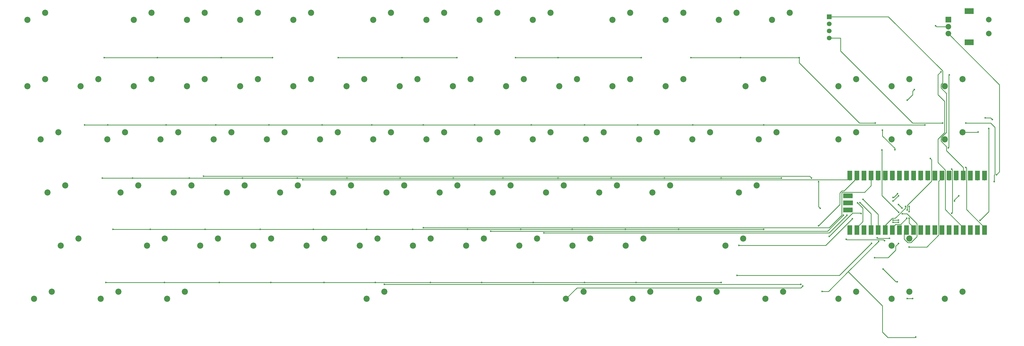
<source format=gbr>
%TF.GenerationSoftware,KiCad,Pcbnew,9.0.6*%
%TF.CreationDate,2025-12-30T21:58:58-08:00*%
%TF.ProjectId,keyboard,6b657962-6f61-4726-942e-6b696361645f,rev?*%
%TF.SameCoordinates,Original*%
%TF.FileFunction,Copper,L2,Bot*%
%TF.FilePolarity,Positive*%
%FSLAX46Y46*%
G04 Gerber Fmt 4.6, Leading zero omitted, Abs format (unit mm)*
G04 Created by KiCad (PCBNEW 9.0.6) date 2025-12-30 21:58:58*
%MOMM*%
%LPD*%
G01*
G04 APERTURE LIST*
%TA.AperFunction,ComponentPad*%
%ADD10C,2.200000*%
%TD*%
%TA.AperFunction,ComponentPad*%
%ADD11R,1.700000X1.700000*%
%TD*%
%TA.AperFunction,ComponentPad*%
%ADD12C,1.700000*%
%TD*%
%TA.AperFunction,ComponentPad*%
%ADD13R,2.000000X2.000000*%
%TD*%
%TA.AperFunction,ComponentPad*%
%ADD14C,2.000000*%
%TD*%
%TA.AperFunction,ComponentPad*%
%ADD15R,3.200000X2.000000*%
%TD*%
%TA.AperFunction,ComponentPad*%
%ADD16O,1.700000X1.700000*%
%TD*%
%TA.AperFunction,SMDPad,CuDef*%
%ADD17R,1.700000X3.500000*%
%TD*%
%TA.AperFunction,SMDPad,CuDef*%
%ADD18R,3.500000X1.700000*%
%TD*%
%TA.AperFunction,ViaPad*%
%ADD19C,0.600000*%
%TD*%
%TA.AperFunction,Conductor*%
%ADD20C,0.250000*%
%TD*%
G04 APERTURE END LIST*
D10*
%TO.P,n3,1,1*%
%TO.N,Net-(D20-K)*%
X81121250Y-40163750D03*
%TO.P,n3,2,2*%
%TO.N,COL3*%
X74771250Y-42703750D03*
%TD*%
%TO.P,U2,1,1*%
%TO.N,Net-(D42-K)*%
X166846250Y-59213750D03*
%TO.P,U2,2,2*%
%TO.N,COL7*%
X160496250Y-61753750D03*
%TD*%
%TO.P,L1,1,1*%
%TO.N,Net-(D54-K)*%
X209708750Y-78263750D03*
%TO.P,L1,2,2*%
%TO.N,COL9*%
X203358750Y-80803750D03*
%TD*%
%TO.P,F8,1,1*%
%TO.N,Net-(D45-K)*%
X204946250Y-16351250D03*
%TO.P,F8,2,2*%
%TO.N,COL8*%
X198596250Y-18891250D03*
%TD*%
%TO.P,n0,1,1*%
%TO.N,Net-(D58-K)*%
X214471250Y-40163750D03*
%TO.P,n0,2,2*%
%TO.N,COL10*%
X208121250Y-42703750D03*
%TD*%
%TO.P,RARROW1,1,1*%
%TO.N,Net-(D72-K)*%
X352583750Y-116363750D03*
%TO.P,RARROW1,2,2*%
%TO.N,COL13*%
X346233750Y-118903750D03*
%TD*%
%TO.P,OBRACKET1,1,1*%
%TO.N,Net-(D65-K)*%
X243046250Y-59213750D03*
%TO.P,OBRACKET1,2,2*%
%TO.N,COL11*%
X236696250Y-61753750D03*
%TD*%
%TO.P,F5,1,1*%
%TO.N,Net-(D30-K)*%
X147796250Y-16351250D03*
%TO.P,F5,2,2*%
%TO.N,COL5*%
X141446250Y-18891250D03*
%TD*%
%TO.P,S1,1,1*%
%TO.N,Net-(D16-K)*%
X76358750Y-78263750D03*
%TO.P,S1,2,2*%
%TO.N,COL2*%
X70008750Y-80803750D03*
%TD*%
%TO.P,n7,1,1*%
%TO.N,Net-(D41-K)*%
X157321250Y-40163750D03*
%TO.P,n7,2,2*%
%TO.N,COL7*%
X150971250Y-42703750D03*
%TD*%
%TO.P,PGUP1,1,1*%
%TO.N,Net-(D84-K)*%
X352583750Y-40163750D03*
%TO.P,PGUP1,2,2*%
%TO.N,COL14*%
X346233750Y-42703750D03*
%TD*%
%TO.P,rSHIFT1,1,1*%
%TO.N,Net-(D73-K)*%
X274002500Y-97313750D03*
%TO.P,rSHIFT1,2,2*%
%TO.N,COL11*%
X267652500Y-99853750D03*
%TD*%
%TO.P,E1,1,1*%
%TO.N,Net-(D21-K)*%
X90646250Y-59213750D03*
%TO.P,E1,2,2*%
%TO.N,COL3*%
X84296250Y-61753750D03*
%TD*%
%TO.P,P1,1,1*%
%TO.N,Net-(D59-K)*%
X223996250Y-59213750D03*
%TO.P,P1,2,2*%
%TO.N,COL10*%
X217646250Y-61753750D03*
%TD*%
%TO.P,D67,1,1*%
%TO.N,Net-(D22-K)*%
X95408750Y-78263750D03*
%TO.P,D67,2,2*%
%TO.N,COL3*%
X89058750Y-80803750D03*
%TD*%
%TO.P,F10,1,1*%
%TO.N,Net-(D57-K)*%
X252571250Y-16351250D03*
%TO.P,F10,2,2*%
%TO.N,COL10*%
X246221250Y-18891250D03*
%TD*%
%TO.P,CAPS1,1,1*%
%TO.N,Net-(D4-K)*%
X31115000Y-78263750D03*
%TO.P,CAPS1,2,2*%
%TO.N,COL0*%
X24765000Y-80803750D03*
%TD*%
%TO.P,BSLASH1,1,1*%
%TO.N,Net-(D77-K)*%
X285908750Y-59213750D03*
%TO.P,BSLASH1,2,2*%
%TO.N,COL13*%
X279558750Y-61753750D03*
%TD*%
D11*
%TO.P,OLED DISPLAY1,1,Pin_1*%
%TO.N,Net-(OLED DISPLAY1-Pin_1)*%
X304800000Y-17780000D03*
D12*
%TO.P,OLED DISPLAY1,2,Pin_2*%
%TO.N,Net-(OLED DISPLAY1-Pin_2)*%
X304800000Y-20320000D03*
%TO.P,OLED DISPLAY1,3,Pin_3*%
%TO.N,/OLED_SDA*%
X304800000Y-22860000D03*
%TO.P,OLED DISPLAY1,4,Pin_4*%
%TO.N,/OLED_SCL*%
X304800000Y-25400000D03*
%TD*%
D10*
%TO.P,rCTRL1,1,1*%
%TO.N,Net-(D74-K)*%
X288290000Y-116363750D03*
%TO.P,rCTRL1,2,2*%
%TO.N,COL12*%
X281940000Y-118903750D03*
%TD*%
%TO.P,W1,1,1*%
%TO.N,Net-(D15-K)*%
X71596250Y-59213750D03*
%TO.P,W1,2,2*%
%TO.N,COL2*%
X65246250Y-61753750D03*
%TD*%
%TO.P,F3,1,1*%
%TO.N,Net-(D19-K)*%
X100171250Y-16351250D03*
%TO.P,F3,2,2*%
%TO.N,COL3*%
X93821250Y-18891250D03*
%TD*%
%TO.P,PLUS1,1,1*%
%TO.N,Net-(D70-K)*%
X252571250Y-40163750D03*
%TO.P,PLUS1,2,2*%
%TO.N,COL12*%
X246221250Y-42703750D03*
%TD*%
%TO.P,TAB1,1,1*%
%TO.N,Net-(D3-K)*%
X28733750Y-59213750D03*
%TO.P,TAB1,2,2*%
%TO.N,COL0*%
X22383750Y-61753750D03*
%TD*%
%TO.P,J1,1,1*%
%TO.N,Net-(D43-K)*%
X171608750Y-78263750D03*
%TO.P,J1,2,2*%
%TO.N,COL7*%
X165258750Y-80803750D03*
%TD*%
%TO.P,TILDE1,1,1*%
%TO.N,Net-(D2-K)*%
X23971250Y-40163750D03*
%TO.P,TILDE1,2,2*%
%TO.N,COL0*%
X17621250Y-42703750D03*
%TD*%
%TO.P,n1,1,1*%
%TO.N,Net-(D8-K)*%
X43021250Y-40163750D03*
%TO.P,n1,2,2*%
%TO.N,COL1*%
X36671250Y-42703750D03*
%TD*%
%TO.P,X1,1,1*%
%TO.N,Net-(D17-K)*%
X85883750Y-97313750D03*
%TO.P,X1,2,2*%
%TO.N,COL2*%
X79533750Y-99853750D03*
%TD*%
%TO.P,n5,1,1*%
%TO.N,Net-(D31-K)*%
X119221250Y-40163750D03*
%TO.P,n5,2,2*%
%TO.N,COL5*%
X112871250Y-42703750D03*
%TD*%
%TO.P,DARROW1,1,1*%
%TO.N,Net-(D79-K)*%
X333533750Y-116363750D03*
%TO.P,DARROW1,2,2*%
%TO.N,COL13*%
X327183750Y-118903750D03*
%TD*%
%TO.P,Q1,1,1*%
%TO.N,Net-(D9-K)*%
X52546250Y-59213750D03*
%TO.P,Q1,2,2*%
%TO.N,COL1*%
X46196250Y-61753750D03*
%TD*%
%TO.P,F7,1,1*%
%TO.N,Net-(D40-K)*%
X185896250Y-16351250D03*
%TO.P,F7,2,2*%
%TO.N,COL7*%
X179546250Y-18891250D03*
%TD*%
%TO.P,F13,1,1*%
%TO.N,Net-(D28-K)*%
X114458750Y-78263750D03*
%TO.P,F13,2,2*%
%TO.N,COL4*%
X108108750Y-80803750D03*
%TD*%
%TO.P,rWIN1,1,1*%
%TO.N,Net-(D62-K)*%
X240665000Y-116363750D03*
%TO.P,rWIN1,2,2*%
%TO.N,COL10*%
X234315000Y-118903750D03*
%TD*%
%TO.P,SHIFT1,1,1*%
%TO.N,Net-(D5-K)*%
X35877500Y-97313750D03*
%TO.P,SHIFT1,2,2*%
%TO.N,COL0*%
X29527500Y-99853750D03*
%TD*%
%TO.P,A1,1,1*%
%TO.N,Net-(D10-K)*%
X57308750Y-78263750D03*
%TO.P,A1,2,2*%
%TO.N,COL1*%
X50958750Y-80803750D03*
%TD*%
%TO.P,CTRL1,1,1*%
%TO.N,Net-(D6-K)*%
X26352500Y-116363750D03*
%TO.P,CTRL1,2,2*%
%TO.N,COL0*%
X20002500Y-118903750D03*
%TD*%
%TO.P,Z1,1,1*%
%TO.N,Net-(D11-K)*%
X66833750Y-97313750D03*
%TO.P,Z1,2,2*%
%TO.N,COL1*%
X60483750Y-99853750D03*
%TD*%
%TO.P,F9,1,1*%
%TO.N,Net-(D51-K)*%
X233521250Y-16351250D03*
%TO.P,F9,2,2*%
%TO.N,COL9*%
X227171250Y-18891250D03*
%TD*%
%TO.P,CBRACKET1,1,1*%
%TO.N,Net-(D71-K)*%
X262096250Y-59213750D03*
%TO.P,CBRACKET1,2,2*%
%TO.N,COL12*%
X255746250Y-61753750D03*
%TD*%
%TO.P,F11,1,1*%
%TO.N,Net-(D63-K)*%
X271621250Y-16351250D03*
%TO.P,F11,2,2*%
%TO.N,COL11*%
X265271250Y-18891250D03*
%TD*%
%TO.P,COLON1,1,1*%
%TO.N,Net-(D60-K)*%
X228758750Y-78263750D03*
%TO.P,COLON1,2,2*%
%TO.N,COL10*%
X222408750Y-80803750D03*
%TD*%
%TO.P,ENTER1,1,1*%
%TO.N,Net-(D50-K)*%
X278765000Y-78263750D03*
%TO.P,ENTER1,2,2*%
%TO.N,COL12*%
X272415000Y-80803750D03*
%TD*%
%TO.P,F6,1,1*%
%TO.N,Net-(D35-K)*%
X166846250Y-16351250D03*
%TO.P,F6,2,2*%
%TO.N,COL6*%
X160496250Y-18891250D03*
%TD*%
%TO.P,F2,1,1*%
%TO.N,Net-(D13-K)*%
X81121250Y-16351250D03*
%TO.P,F2,2,2*%
%TO.N,COL2*%
X74771250Y-18891250D03*
%TD*%
%TO.P,COMMA1,1,1*%
%TO.N,Net-(D49-K)*%
X200183750Y-97313750D03*
%TO.P,COMMA1,2,2*%
%TO.N,COL8*%
X193833750Y-99853750D03*
%TD*%
%TO.P,O1,1,1*%
%TO.N,Net-(D53-K)*%
X204946250Y-59213750D03*
%TO.P,O1,2,2*%
%TO.N,COL9*%
X198596250Y-61753750D03*
%TD*%
%TO.P,R1,1,1*%
%TO.N,Net-(D27-K)*%
X109696250Y-59213750D03*
%TO.P,R1,2,2*%
%TO.N,COL4*%
X103346250Y-61753750D03*
%TD*%
%TO.P,QUOTE1,1,1*%
%TO.N,Net-(D66-K)*%
X247808750Y-78263750D03*
%TO.P,QUOTE1,2,2*%
%TO.N,COL11*%
X241458750Y-80803750D03*
%TD*%
%TO.P,n9,1,1*%
%TO.N,Net-(D52-K)*%
X195421250Y-40163750D03*
%TO.P,n9,2,2*%
%TO.N,COL9*%
X189071250Y-42703750D03*
%TD*%
%TO.P,BACKSPACE1,1,1*%
%TO.N,Net-(D76-K)*%
X281146250Y-40163750D03*
%TO.P,BACKSPACE1,2,2*%
%TO.N,COL13*%
X274796250Y-42703750D03*
%TD*%
%TO.P,rALT1,1,1*%
%TO.N,Net-(D56-K)*%
X216852500Y-116363750D03*
%TO.P,rALT1,2,2*%
%TO.N,COL9*%
X210502500Y-118903750D03*
%TD*%
%TO.P,T1,1,1*%
%TO.N,Net-(D32-K)*%
X128746250Y-59213750D03*
%TO.P,T1,2,2*%
%TO.N,COL5*%
X122396250Y-61753750D03*
%TD*%
%TO.P,ALT1,1,1*%
%TO.N,Net-(D18-K)*%
X73977500Y-116363750D03*
%TO.P,ALT1,2,2*%
%TO.N,COL2*%
X67627500Y-118903750D03*
%TD*%
%TO.P,DEL1,1,1*%
%TO.N,Net-(D83-K)*%
X314483750Y-59213750D03*
%TO.P,DEL1,2,2*%
%TO.N,COL14*%
X308133750Y-61753750D03*
%TD*%
%TO.P,C1,1,1*%
%TO.N,Net-(D23-K)*%
X104933750Y-97313750D03*
%TO.P,C1,2,2*%
%TO.N,COL3*%
X98583750Y-99853750D03*
%TD*%
%TO.P,I1,1,1*%
%TO.N,Net-(D47-K)*%
X185896250Y-59213750D03*
%TO.P,I1,2,2*%
%TO.N,COL8*%
X179546250Y-61753750D03*
%TD*%
%TO.P,WIN1,1,1*%
%TO.N,Net-(D12-K)*%
X50165000Y-116363750D03*
%TO.P,WIN1,2,2*%
%TO.N,COL1*%
X43815000Y-118903750D03*
%TD*%
%TO.P,MACRO1,1,1*%
%TO.N,Net-(D68-K)*%
X264477500Y-116363750D03*
%TO.P,MACRO1,2,2*%
%TO.N,COL11*%
X258127500Y-118903750D03*
%TD*%
%TO.P,PGDN1,1,1*%
%TO.N,Net-(D81-K)*%
X352583750Y-59213750D03*
%TO.P,PGDN1,2,2*%
%TO.N,COL14*%
X346233750Y-61753750D03*
%TD*%
%TO.P,n2,1,1*%
%TO.N,Net-(D14-K)*%
X62071250Y-40163750D03*
%TO.P,n2,2,2*%
%TO.N,COL2*%
X55721250Y-42703750D03*
%TD*%
%TO.P,N10,1,1*%
%TO.N,Net-(D39-K)*%
X162083750Y-97313750D03*
%TO.P,N10,2,2*%
%TO.N,COL6*%
X155733750Y-99853750D03*
%TD*%
%TO.P,LARROW1,1,1*%
%TO.N,Net-(D78-K)*%
X314483750Y-116363750D03*
%TO.P,LARROW1,2,2*%
%TO.N,COL12*%
X308133750Y-118903750D03*
%TD*%
%TO.P,MINUS1,1,1*%
%TO.N,Net-(D64-K)*%
X233521250Y-40163750D03*
%TO.P,MINUS1,2,2*%
%TO.N,COL11*%
X227171250Y-42703750D03*
%TD*%
%TO.P,SLASH1,1,1*%
%TO.N,Net-(D61-K)*%
X238283750Y-97313750D03*
%TO.P,SLASH1,2,2*%
%TO.N,COL10*%
X231933750Y-99853750D03*
%TD*%
%TO.P,END1,1,1*%
%TO.N,Net-(D82-K)*%
X333533750Y-59213750D03*
%TO.P,END1,2,2*%
%TO.N,COL14*%
X327183750Y-61753750D03*
%TD*%
%TO.P,ESC1,1,1*%
%TO.N,Net-(D1-K)*%
X23971250Y-16351250D03*
%TO.P,ESC1,2,2*%
%TO.N,COL0*%
X17621250Y-18891250D03*
%TD*%
%TO.P,F12,1,1*%
%TO.N,Net-(D69-K)*%
X290671250Y-16351250D03*
%TO.P,F12,2,2*%
%TO.N,COL12*%
X284321250Y-18891250D03*
%TD*%
%TO.P,n6,1,1*%
%TO.N,Net-(D36-K)*%
X138271250Y-40163750D03*
%TO.P,n6,2,2*%
%TO.N,COL6*%
X131921250Y-42703750D03*
%TD*%
%TO.P,INS1,1,1*%
%TO.N,Net-(D86-K)*%
X314483750Y-40163750D03*
%TO.P,INS1,2,2*%
%TO.N,COL14*%
X308133750Y-42703750D03*
%TD*%
%TO.P,H1,1,1*%
%TO.N,Net-(D38-K)*%
X152558750Y-78263750D03*
%TO.P,H1,2,2*%
%TO.N,COL6*%
X146208750Y-80803750D03*
%TD*%
D13*
%TO.P,SW1,A,A*%
%TO.N,Net-(U1-GPIO2)*%
X347450000Y-18812500D03*
D14*
%TO.P,SW1,B,B*%
%TO.N,Net-(U1-GPIO3)*%
X347450000Y-23812500D03*
%TO.P,SW1,C,C*%
%TO.N,Net-(OLED DISPLAY1-Pin_2)*%
X347450000Y-21312500D03*
D15*
%TO.P,SW1,MP*%
%TO.N,N/C*%
X354950000Y-15712500D03*
X354950000Y-26912500D03*
D14*
%TO.P,SW1,S1,S1*%
%TO.N,Net-(U1-GPIO1)*%
X361950000Y-23812500D03*
%TO.P,SW1,S2,S2*%
%TO.N,Net-(OLED DISPLAY1-Pin_2)*%
X361950000Y-18812500D03*
%TD*%
D10*
%TO.P,Y1,1,1*%
%TO.N,Net-(D37-K)*%
X147796250Y-59213750D03*
%TO.P,Y1,2,2*%
%TO.N,COL6*%
X141446250Y-61753750D03*
%TD*%
%TO.P,M1,1,1*%
%TO.N,Net-(D44-K)*%
X181133750Y-97313750D03*
%TO.P,M1,2,2*%
%TO.N,COL7*%
X174783750Y-99853750D03*
%TD*%
%TO.P,K1,1,1*%
%TO.N,Net-(D48-K)*%
X190658750Y-78263750D03*
%TO.P,K1,2,2*%
%TO.N,COL8*%
X184308750Y-80803750D03*
%TD*%
%TO.P,F1,1,1*%
%TO.N,Net-(D7-K)*%
X62071250Y-16351250D03*
%TO.P,F1,2,2*%
%TO.N,COL1*%
X55721250Y-18891250D03*
%TD*%
%TO.P,n8,1,1*%
%TO.N,Net-(D46-K)*%
X176371250Y-40163750D03*
%TO.P,n8,2,2*%
%TO.N,COL8*%
X170021250Y-42703750D03*
%TD*%
%TO.P,V1,1,1*%
%TO.N,Net-(D29-K)*%
X123983750Y-97313750D03*
%TO.P,V1,2,2*%
%TO.N,COL4*%
X117633750Y-99853750D03*
%TD*%
%TO.P,B1,1,1*%
%TO.N,Net-(D34-K)*%
X143033750Y-97313750D03*
%TO.P,B1,2,2*%
%TO.N,COL5*%
X136683750Y-99853750D03*
%TD*%
%TO.P,SPACE1,1,1*%
%TO.N,Net-(D24-K)*%
X145415000Y-116363750D03*
%TO.P,SPACE1,2,2*%
%TO.N,COL5*%
X139065000Y-118903750D03*
%TD*%
%TO.P,HOME1,1,1*%
%TO.N,Net-(D85-K)*%
X333533750Y-40163750D03*
%TO.P,HOME1,2,2*%
%TO.N,COL14*%
X327183750Y-42703750D03*
%TD*%
%TO.P,UARROW1,1,1*%
%TO.N,Net-(D80-K)*%
X333533750Y-97313750D03*
%TO.P,UARROW1,2,2*%
%TO.N,COL13*%
X327183750Y-99853750D03*
%TD*%
%TO.P,n4,1,1*%
%TO.N,Net-(D26-K)*%
X100171250Y-40163750D03*
%TO.P,n4,2,2*%
%TO.N,COL4*%
X93821250Y-42703750D03*
%TD*%
%TO.P,F4,1,1*%
%TO.N,Net-(D25-K)*%
X119221250Y-16351250D03*
%TO.P,F4,2,2*%
%TO.N,COL4*%
X112871250Y-18891250D03*
%TD*%
%TO.P,PERIOD1,1,1*%
%TO.N,Net-(D55-K)*%
X219233750Y-97313750D03*
%TO.P,PERIOD1,2,2*%
%TO.N,COL9*%
X212883750Y-99853750D03*
%TD*%
%TO.P,G1,1,1*%
%TO.N,Net-(D33-K)*%
X133508750Y-78263750D03*
%TO.P,G1,2,2*%
%TO.N,COL5*%
X127158750Y-80803750D03*
%TD*%
D16*
%TO.P,U1,1,GPIO0*%
%TO.N,COL14*%
X360450000Y-93345000D03*
D17*
X360450000Y-94245000D03*
D16*
%TO.P,U1,2,GPIO1*%
%TO.N,Net-(U1-GPIO1)*%
X357910000Y-93345000D03*
D17*
X357910000Y-94245000D03*
D11*
%TO.P,U1,3,GND*%
%TO.N,unconnected-(U1-GND-Pad3)_1*%
X355370000Y-93345000D03*
D17*
%TO.N,unconnected-(U1-GND-Pad3)*%
X355370000Y-94245000D03*
D16*
%TO.P,U1,4,GPIO2*%
%TO.N,Net-(U1-GPIO2)*%
X352830000Y-93345000D03*
D17*
X352830000Y-94245000D03*
D16*
%TO.P,U1,5,GPIO3*%
%TO.N,Net-(U1-GPIO3)*%
X350290000Y-93345000D03*
D17*
X350290000Y-94245000D03*
D16*
%TO.P,U1,6,GPIO4*%
%TO.N,/OLED_SDA*%
X347750000Y-93345000D03*
D17*
X347750000Y-94245000D03*
D16*
%TO.P,U1,7,GPIO5*%
%TO.N,/OLED_SCL*%
X345210000Y-93345000D03*
D17*
X345210000Y-94245000D03*
D11*
%TO.P,U1,8,GND*%
%TO.N,unconnected-(U1-GND-Pad8)_1*%
X342670000Y-93345000D03*
D17*
%TO.N,unconnected-(U1-GND-Pad8)*%
X342670000Y-94245000D03*
D16*
%TO.P,U1,9,GPIO6*%
%TO.N,ROW0*%
X340130000Y-93345000D03*
D17*
X340130000Y-94245000D03*
D16*
%TO.P,U1,10,GPIO7*%
%TO.N,ROW1*%
X337590000Y-93345000D03*
D17*
X337590000Y-94245000D03*
D16*
%TO.P,U1,11,GPIO8*%
%TO.N,ROW2*%
X335050000Y-93345000D03*
D17*
X335050000Y-94245000D03*
D16*
%TO.P,U1,12,GPIO9*%
%TO.N,ROW3*%
X332510000Y-93345000D03*
D17*
X332510000Y-94245000D03*
D11*
%TO.P,U1,13,GND*%
%TO.N,unconnected-(U1-GND-Pad13)_1*%
X329970000Y-93345000D03*
D17*
%TO.N,unconnected-(U1-GND-Pad13)*%
X329970000Y-94245000D03*
D16*
%TO.P,U1,14,GPIO10*%
%TO.N,ROW4*%
X327430000Y-93345000D03*
D17*
X327430000Y-94245000D03*
D16*
%TO.P,U1,15,GPIO11*%
%TO.N,ROW5*%
X324890000Y-93345000D03*
D17*
X324890000Y-94245000D03*
D16*
%TO.P,U1,16,GPIO12*%
%TO.N,COL0*%
X322350000Y-93345000D03*
D17*
X322350000Y-94245000D03*
D16*
%TO.P,U1,17,GPIO13*%
%TO.N,COL1*%
X319810000Y-93345000D03*
D17*
X319810000Y-94245000D03*
D11*
%TO.P,U1,18,GND*%
%TO.N,unconnected-(U1-GND-Pad18)*%
X317270000Y-93345000D03*
D17*
%TO.N,unconnected-(U1-GND-Pad18)_1*%
X317270000Y-94245000D03*
D16*
%TO.P,U1,19,GPIO14*%
%TO.N,COL2*%
X314730000Y-93345000D03*
D17*
X314730000Y-94245000D03*
D16*
%TO.P,U1,20,GPIO15*%
%TO.N,COL3*%
X312190000Y-93345000D03*
D17*
X312190000Y-94245000D03*
D16*
%TO.P,U1,21,GPIO16*%
%TO.N,COL4*%
X312190000Y-75565000D03*
D17*
X312190000Y-74665000D03*
D16*
%TO.P,U1,22,GPIO17*%
%TO.N,COL5*%
X314730000Y-75565000D03*
D17*
X314730000Y-74665000D03*
D11*
%TO.P,U1,23,GND*%
%TO.N,unconnected-(U1-GND-Pad23)_1*%
X317270000Y-75565000D03*
D17*
%TO.N,unconnected-(U1-GND-Pad23)*%
X317270000Y-74665000D03*
D16*
%TO.P,U1,24,GPIO18*%
%TO.N,COL6*%
X319810000Y-75565000D03*
D17*
X319810000Y-74665000D03*
D16*
%TO.P,U1,25,GPIO19*%
%TO.N,COL7*%
X322350000Y-75565000D03*
D17*
X322350000Y-74665000D03*
D16*
%TO.P,U1,26,GPIO20*%
%TO.N,COL8*%
X324890000Y-75565000D03*
D17*
X324890000Y-74665000D03*
D16*
%TO.P,U1,27,GPIO21*%
%TO.N,COL9*%
X327430000Y-75565000D03*
D17*
X327430000Y-74665000D03*
D11*
%TO.P,U1,28,GND*%
%TO.N,unconnected-(U1-GND-Pad28)_1*%
X329970000Y-75565000D03*
D17*
%TO.N,unconnected-(U1-GND-Pad28)*%
X329970000Y-74665000D03*
D16*
%TO.P,U1,29,GPIO22*%
%TO.N,COL10*%
X332510000Y-75565000D03*
D17*
X332510000Y-74665000D03*
D16*
%TO.P,U1,30,RUN*%
%TO.N,unconnected-(U1-RUN-Pad30)_1*%
X335050000Y-75565000D03*
D17*
%TO.N,unconnected-(U1-RUN-Pad30)*%
X335050000Y-74665000D03*
D16*
%TO.P,U1,31,GPIO26_ADC0*%
%TO.N,COL11*%
X337590000Y-75565000D03*
D17*
X337590000Y-74665000D03*
D16*
%TO.P,U1,32,GPIO27_ADC1*%
%TO.N,COL12*%
X340130000Y-75565000D03*
D17*
X340130000Y-74665000D03*
D11*
%TO.P,U1,33,AGND*%
%TO.N,unconnected-(U1-AGND-Pad33)*%
X342670000Y-75565000D03*
D17*
%TO.N,unconnected-(U1-AGND-Pad33)_1*%
X342670000Y-74665000D03*
D16*
%TO.P,U1,34,GPIO28_ADC2*%
%TO.N,COL13*%
X345210000Y-75565000D03*
D17*
X345210000Y-74665000D03*
D16*
%TO.P,U1,35,ADC_VREF*%
%TO.N,unconnected-(U1-ADC_VREF-Pad35)*%
X347750000Y-75565000D03*
D17*
%TO.N,unconnected-(U1-ADC_VREF-Pad35)_1*%
X347750000Y-74665000D03*
D16*
%TO.P,U1,36,3V3*%
%TO.N,unconnected-(U1-3V3-Pad36)*%
X350290000Y-75565000D03*
D17*
%TO.N,unconnected-(U1-3V3-Pad36)_1*%
X350290000Y-74665000D03*
D16*
%TO.P,U1,37,3V3_EN*%
%TO.N,Net-(OLED DISPLAY1-Pin_1)*%
X352830000Y-75565000D03*
D17*
X352830000Y-74665000D03*
D11*
%TO.P,U1,38,GND*%
%TO.N,Net-(OLED DISPLAY1-Pin_2)*%
X355370000Y-75565000D03*
D17*
X355370000Y-74665000D03*
D16*
%TO.P,U1,39,VSYS*%
%TO.N,unconnected-(U1-VSYS-Pad39)_1*%
X357910000Y-75565000D03*
D17*
%TO.N,unconnected-(U1-VSYS-Pad39)*%
X357910000Y-74665000D03*
D16*
%TO.P,U1,40,VBUS*%
%TO.N,unconnected-(U1-VBUS-Pad40)*%
X360450000Y-75565000D03*
D17*
%TO.N,unconnected-(U1-VBUS-Pad40)_1*%
X360450000Y-74665000D03*
D16*
%TO.P,U1,41,SWCLK*%
%TO.N,unconnected-(U1-SWCLK-Pad41)_1*%
X312420000Y-86995000D03*
D18*
%TO.N,unconnected-(U1-SWCLK-Pad41)*%
X311520000Y-86995000D03*
D11*
%TO.P,U1,42,GND*%
%TO.N,unconnected-(U1-GND-Pad42)_1*%
X312420000Y-84455000D03*
D18*
%TO.N,unconnected-(U1-GND-Pad42)*%
X311520000Y-84455000D03*
D16*
%TO.P,U1,43,SWDIO*%
%TO.N,unconnected-(U1-SWDIO-Pad43)_1*%
X312420000Y-81915000D03*
D18*
%TO.N,unconnected-(U1-SWDIO-Pad43)*%
X311520000Y-81915000D03*
%TD*%
D19*
%TO.N,COL1*%
X315801944Y-84413059D03*
%TO.N,COL2*%
X80645000Y-74930000D03*
X298450000Y-75565000D03*
X314960000Y-84455000D03*
%TO.N,COL5*%
X294640000Y-113665000D03*
X300990000Y-92710000D03*
X145415000Y-113665000D03*
%TO.N,COL13*%
X334645000Y-118745000D03*
X333375000Y-100330000D03*
X324612000Y-98044000D03*
X332740000Y-118745000D03*
X310896000Y-97536000D03*
%TO.N,COL3*%
X301563058Y-86421942D03*
X300990000Y-76835000D03*
%TO.N,COL0*%
X316865000Y-83185000D03*
%TO.N,COL12*%
X326390000Y-97155000D03*
X321945000Y-97049558D03*
%TO.N,COL10*%
X327660000Y-82550000D03*
X329231000Y-81188059D03*
%TO.N,COL8*%
X311150000Y-88900000D03*
X202565000Y-95250000D03*
%TO.N,ROW0*%
X171450000Y-32385000D03*
X237490000Y-32385000D03*
X323850000Y-58420000D03*
X192405000Y-32385000D03*
X255270000Y-32385000D03*
X86995000Y-32385000D03*
X273050000Y-32385000D03*
X64135000Y-32385000D03*
X294005000Y-32385000D03*
X128905000Y-32385000D03*
X207645000Y-32385000D03*
X151765000Y-32385000D03*
X321310000Y-55880000D03*
X329565000Y-85090000D03*
X45085000Y-32385000D03*
X328295000Y-65405000D03*
X330835000Y-86360000D03*
X105410000Y-32385000D03*
%TO.N,ROW1*%
X236220000Y-56515000D03*
X140970000Y-56515000D03*
X85090000Y-56515000D03*
X339090000Y-56515000D03*
X67310000Y-56515000D03*
X104140000Y-56515000D03*
X327660000Y-90639997D03*
X281305000Y-56515000D03*
X159385000Y-56515000D03*
X123190000Y-56515000D03*
X46355000Y-56515000D03*
X329565000Y-90639997D03*
X38100000Y-56515000D03*
X217170000Y-56515000D03*
X177800000Y-56515000D03*
X198120000Y-56515000D03*
X255905000Y-56515000D03*
%TO.N,ROW2*%
X151130000Y-75565000D03*
X94615000Y-75565000D03*
X333375000Y-85725000D03*
X329565000Y-91440000D03*
X266065000Y-75565000D03*
X170180000Y-75565000D03*
X327660000Y-91440000D03*
X363220000Y-54610000D03*
X132080000Y-75565000D03*
X55245000Y-75565000D03*
X226695000Y-75565000D03*
X333375000Y-87630000D03*
X207645000Y-75565000D03*
X187960000Y-75565000D03*
X245745000Y-75565000D03*
X44450000Y-75565000D03*
X333375000Y-90014997D03*
X360680000Y-53975000D03*
X75565000Y-75565000D03*
X114300000Y-75565000D03*
X287655000Y-75565000D03*
%TO.N,ROW3*%
X175260000Y-93980000D03*
X330959442Y-88389442D03*
X139065000Y-93980000D03*
X329565000Y-99060000D03*
X323714000Y-65541000D03*
X81280000Y-93980000D03*
X329692000Y-87884000D03*
X281305000Y-93980000D03*
X48260000Y-93980000D03*
X321056000Y-104140000D03*
X231775000Y-93980000D03*
X100965000Y-93980000D03*
X212725000Y-93980000D03*
X120015000Y-93980000D03*
X155575000Y-93980000D03*
X61595000Y-93980000D03*
X194310000Y-93980000D03*
X250825000Y-93980000D03*
%TO.N,ROW4*%
X324104000Y-108204000D03*
X123825000Y-113030000D03*
X332574997Y-90014997D03*
X198755000Y-113030000D03*
X142240000Y-113030000D03*
X104775000Y-113030000D03*
X161925000Y-113030000D03*
X180340000Y-113030000D03*
X340995000Y-68580000D03*
X217170000Y-113030000D03*
X45720000Y-113030000D03*
X235585000Y-113030000D03*
X329184000Y-112776000D03*
X332740000Y-86995000D03*
X86360000Y-113030000D03*
X271780000Y-110490000D03*
X266065000Y-113030000D03*
X319971558Y-98991558D03*
X66675000Y-113030000D03*
%TO.N,ROW5*%
X332105000Y-85725000D03*
X335756250Y-132550000D03*
X302260000Y-116205000D03*
X322455558Y-98300558D03*
%TO.N,Net-(D81-K)*%
X358140000Y-59055000D03*
%TO.N,COL14*%
X335280000Y-43815000D03*
X353695000Y-71755000D03*
X332740000Y-47625000D03*
%TO.N,COL4*%
X116205000Y-76200000D03*
%TO.N,COL6*%
X159385000Y-93345000D03*
%TO.N,COL7*%
X309880000Y-88900000D03*
X183515000Y-94615000D03*
%TO.N,COL9*%
X295275000Y-114300000D03*
X316230000Y-88265000D03*
X304800000Y-96520000D03*
%TO.N,COL11*%
X313055000Y-90170000D03*
X327660000Y-83820000D03*
X272415000Y-99695000D03*
X329565000Y-81915000D03*
%TO.N,Net-(OLED DISPLAY1-Pin_2)*%
X342900000Y-20955000D03*
%TO.N,/OLED_SCL*%
X363855000Y-76835000D03*
X349665000Y-83820000D03*
X345440000Y-55880000D03*
X351155000Y-81915000D03*
X353695000Y-55880000D03*
%TO.N,/OLED_SDA*%
X348624442Y-88255558D03*
X348615000Y-72390000D03*
X347782695Y-38606311D03*
X347462000Y-64770000D03*
%TO.N,Net-(U1-GPIO1)*%
X361950000Y-57785000D03*
X358784442Y-90795558D03*
%TO.N,Net-(U1-GPIO3)*%
X364733381Y-74383490D03*
%TO.N,Net-(U1-GPIO2)*%
X344805000Y-37465000D03*
%TD*%
D20*
%TO.N,COL1*%
X319810000Y-88421115D02*
X319810000Y-93345000D01*
X315801944Y-84413059D02*
X319810000Y-88421115D01*
%TO.N,COL2*%
X316856000Y-91219000D02*
X314730000Y-93345000D01*
X130810000Y-74930000D02*
X243205000Y-74930000D01*
X297815000Y-74930000D02*
X298450000Y-75565000D01*
X316856000Y-86351000D02*
X316856000Y-91219000D01*
X80645000Y-74930000D02*
X130810000Y-74930000D01*
X314960000Y-84455000D02*
X316856000Y-86351000D01*
X243205000Y-74930000D02*
X297815000Y-74930000D01*
%TO.N,COL5*%
X310101000Y-80194000D02*
X314730000Y-75565000D01*
X308610000Y-85090000D02*
X308610000Y-80935190D01*
X308610000Y-80935190D02*
X309351190Y-80194000D01*
X300990000Y-92710000D02*
X308610000Y-85090000D01*
X261620000Y-113665000D02*
X294640000Y-113665000D01*
X145415000Y-113665000D02*
X261620000Y-113665000D01*
X309351190Y-80194000D02*
X310101000Y-80194000D01*
%TO.N,COL13*%
X344034000Y-76741000D02*
X345210000Y-75565000D01*
X333375000Y-100330000D02*
X339725000Y-100330000D01*
X312928000Y-97674558D02*
X311034558Y-97674558D01*
X324612000Y-98044000D02*
X324242558Y-97674558D01*
X344034000Y-96021000D02*
X344034000Y-76741000D01*
X339725000Y-100330000D02*
X344034000Y-96021000D01*
X311034558Y-97674558D02*
X310896000Y-97536000D01*
X324242558Y-97674558D02*
X312928000Y-97674558D01*
X334645000Y-118745000D02*
X332740000Y-118745000D01*
%TO.N,COL3*%
X300990000Y-76835000D02*
X300990000Y-85848884D01*
X300990000Y-85848884D02*
X301563058Y-86421942D01*
%TO.N,COL0*%
X322350000Y-88670000D02*
X322350000Y-93345000D01*
X316865000Y-83185000D02*
X322350000Y-88670000D01*
%TO.N,COL12*%
X326390000Y-97155000D02*
X322050442Y-97155000D01*
X322050442Y-97155000D02*
X321945000Y-97049558D01*
%TO.N,COL10*%
X327869059Y-82550000D02*
X329231000Y-81188059D01*
X327660000Y-82550000D02*
X327869059Y-82550000D01*
%TO.N,COL8*%
X304800000Y-95250000D02*
X311150000Y-88900000D01*
X202565000Y-95250000D02*
X304800000Y-95250000D01*
%TO.N,ROW0*%
X128905000Y-32385000D02*
X151130000Y-32385000D01*
X192405000Y-32385000D02*
X207645000Y-32385000D01*
X85725000Y-32385000D02*
X86995000Y-32385000D01*
X45085000Y-32385000D02*
X59690000Y-32385000D01*
X328295000Y-65405000D02*
X328295000Y-64941174D01*
X207645000Y-32385000D02*
X237490000Y-32385000D01*
X151130000Y-32385000D02*
X151765000Y-32385000D01*
X272415000Y-32385000D02*
X292735000Y-32385000D01*
X323850000Y-60496174D02*
X323850000Y-58420000D01*
X85725000Y-32385000D02*
X105410000Y-32385000D01*
X315595000Y-55880000D02*
X294005000Y-34290000D01*
X329565000Y-85090000D02*
X330835000Y-86360000D01*
X62865000Y-32385000D02*
X64135000Y-32385000D01*
X272415000Y-32385000D02*
X273050000Y-32385000D01*
X59690000Y-32385000D02*
X62865000Y-32385000D01*
X59690000Y-32385000D02*
X85725000Y-32385000D01*
X328295000Y-64941174D02*
X323850000Y-60496174D01*
X255270000Y-32385000D02*
X272415000Y-32385000D01*
X321310000Y-55880000D02*
X315595000Y-55880000D01*
X294005000Y-34290000D02*
X294005000Y-32385000D01*
X151130000Y-32385000D02*
X171450000Y-32385000D01*
X292735000Y-32385000D02*
X294005000Y-32385000D01*
%TO.N,ROW1*%
X122555000Y-56515000D02*
X140970000Y-56515000D01*
X140970000Y-56515000D02*
X159385000Y-56515000D01*
X38100000Y-56515000D02*
X46355000Y-56515000D01*
X217170000Y-56515000D02*
X236220000Y-56515000D01*
X280670000Y-56515000D02*
X339090000Y-56515000D01*
X104140000Y-56515000D02*
X122555000Y-56515000D01*
X122555000Y-56515000D02*
X123190000Y-56515000D01*
X84455000Y-56515000D02*
X104140000Y-56515000D01*
X198120000Y-56515000D02*
X217170000Y-56515000D01*
X177800000Y-56515000D02*
X198120000Y-56515000D01*
X67310000Y-56515000D02*
X84455000Y-56515000D01*
X84455000Y-56515000D02*
X85090000Y-56515000D01*
X46355000Y-56515000D02*
X67310000Y-56515000D01*
X159385000Y-56515000D02*
X177800000Y-56515000D01*
X236220000Y-56515000D02*
X255905000Y-56515000D01*
X280670000Y-56515000D02*
X281305000Y-56515000D01*
X327660000Y-90639997D02*
X329565000Y-90639997D01*
X255905000Y-56515000D02*
X280670000Y-56515000D01*
%TO.N,ROW2*%
X226060000Y-75565000D02*
X226695000Y-75565000D01*
X170180000Y-75565000D02*
X187960000Y-75565000D01*
X75565000Y-75565000D02*
X94615000Y-75565000D01*
X245745000Y-75565000D02*
X266065000Y-75565000D01*
X226060000Y-75565000D02*
X245745000Y-75565000D01*
X94615000Y-75565000D02*
X114300000Y-75565000D01*
X187960000Y-75565000D02*
X207645000Y-75565000D01*
X44450000Y-75565000D02*
X53975000Y-75565000D01*
X327660000Y-91440000D02*
X329565000Y-91440000D01*
X333375000Y-85725000D02*
X333375000Y-87630000D01*
X131445000Y-75565000D02*
X132080000Y-75565000D01*
X114300000Y-75565000D02*
X131445000Y-75565000D01*
X207645000Y-75565000D02*
X226060000Y-75565000D01*
X53975000Y-75565000D02*
X55245000Y-75565000D01*
X333375000Y-90014997D02*
X333375000Y-91670000D01*
X150495000Y-75565000D02*
X151130000Y-75565000D01*
X362585000Y-53975000D02*
X360680000Y-53975000D01*
X150495000Y-75565000D02*
X170180000Y-75565000D01*
X53975000Y-75565000D02*
X75565000Y-75565000D01*
X131445000Y-75565000D02*
X150495000Y-75565000D01*
X363220000Y-54610000D02*
X362585000Y-53975000D01*
X333375000Y-91670000D02*
X335050000Y-93345000D01*
X266065000Y-75565000D02*
X287655000Y-75565000D01*
%TO.N,ROW3*%
X48260000Y-93980000D02*
X60960000Y-93980000D01*
X334124419Y-98739750D02*
X336226000Y-96638169D01*
X154940000Y-93980000D02*
X175260000Y-93980000D01*
X328617750Y-101423576D02*
X328617750Y-100007250D01*
X323850000Y-104140000D02*
X325901326Y-104140000D01*
X323714000Y-81906000D02*
X329692000Y-87884000D01*
X331660000Y-97456669D02*
X332943081Y-98739750D01*
X331660000Y-94195000D02*
X331660000Y-97456669D01*
X80645000Y-93980000D02*
X99695000Y-93980000D01*
X336226000Y-96638169D02*
X336226000Y-91980699D01*
X194310000Y-93980000D02*
X212725000Y-93980000D01*
X99695000Y-93980000D02*
X119380000Y-93980000D01*
X332510000Y-94957000D02*
X332510000Y-93345000D01*
X323714000Y-66548000D02*
X323714000Y-81906000D01*
X250825000Y-93980000D02*
X281305000Y-93980000D01*
X119380000Y-93980000D02*
X139065000Y-93980000D01*
X175260000Y-93980000D02*
X194310000Y-93980000D01*
X325901326Y-104140000D02*
X328617750Y-101423576D01*
X119380000Y-93980000D02*
X120015000Y-93980000D01*
X332510000Y-93345000D02*
X331660000Y-94195000D01*
X231775000Y-93980000D02*
X250825000Y-93980000D01*
X80645000Y-93980000D02*
X81280000Y-93980000D01*
X336226000Y-91980699D02*
X332634743Y-88389442D01*
X154940000Y-93980000D02*
X155575000Y-93980000D01*
X321056000Y-104140000D02*
X323850000Y-104140000D01*
X212725000Y-93980000D02*
X231775000Y-93980000D01*
X328617750Y-100007250D02*
X329565000Y-99060000D01*
X332943081Y-98739750D02*
X334124419Y-98739750D01*
X60960000Y-93980000D02*
X61595000Y-93980000D01*
X323714000Y-65541000D02*
X323714000Y-66548000D01*
X60960000Y-93980000D02*
X80645000Y-93980000D01*
X332634743Y-88389442D02*
X330959442Y-88389442D01*
X99695000Y-93980000D02*
X100965000Y-93980000D01*
X139065000Y-93980000D02*
X154940000Y-93980000D01*
%TO.N,ROW4*%
X217170000Y-113030000D02*
X235585000Y-113030000D01*
X332740000Y-85456702D02*
X332740000Y-86995000D01*
X161925000Y-113030000D02*
X180340000Y-113030000D01*
X271780000Y-110490000D02*
X308473116Y-110490000D01*
X340995000Y-68580000D02*
X341494000Y-69079000D01*
X104775000Y-113030000D02*
X123825000Y-113030000D01*
X198120000Y-113030000D02*
X198755000Y-113030000D01*
X328606000Y-92169000D02*
X327430000Y-93345000D01*
X86360000Y-113030000D02*
X104775000Y-113030000D01*
X341494000Y-69079000D02*
X341494000Y-76702702D01*
X328676000Y-112776000D02*
X329184000Y-112776000D01*
X328606000Y-92169000D02*
X330420994Y-92169000D01*
X324104000Y-108204000D02*
X328676000Y-112776000D01*
X308473116Y-110490000D02*
X319971558Y-98991558D01*
X45720000Y-113030000D02*
X66675000Y-113030000D01*
X66675000Y-113030000D02*
X86360000Y-113030000D01*
X330420994Y-92169000D02*
X332574997Y-90014997D01*
X235585000Y-113030000D02*
X266065000Y-113030000D01*
X198120000Y-113030000D02*
X217170000Y-113030000D01*
X180340000Y-113030000D02*
X198120000Y-113030000D01*
X142240000Y-113030000D02*
X161925000Y-113030000D01*
X123825000Y-113030000D02*
X142240000Y-113030000D01*
X341494000Y-76702702D02*
X332740000Y-85456702D01*
%TO.N,ROW5*%
X327400702Y-90013997D02*
X324890000Y-92524699D01*
X323850000Y-130810000D02*
X325755000Y-132715000D01*
X328451003Y-90013997D02*
X327400702Y-90013997D01*
X324890000Y-94957000D02*
X324890000Y-93345000D01*
X335591250Y-132715000D02*
X335756250Y-132550000D01*
X311581183Y-109174933D02*
X323850000Y-121443750D01*
X302260000Y-116205000D02*
X303642000Y-116205000D01*
X303642000Y-116205000D02*
X304551116Y-116205000D01*
X332105000Y-86360000D02*
X328451003Y-90013997D01*
X304551116Y-116205000D02*
X311581183Y-109174933D01*
X325755000Y-132715000D02*
X335591250Y-132715000D01*
X323850000Y-121443750D02*
X323850000Y-130810000D01*
X332105000Y-85725000D02*
X332105000Y-86360000D01*
X324890000Y-92524699D02*
X324890000Y-93345000D01*
X311581183Y-109174933D02*
X322455558Y-98300558D01*
%TO.N,Net-(D81-K)*%
X357981250Y-59213750D02*
X352583750Y-59213750D01*
X358140000Y-59055000D02*
X357981250Y-59213750D01*
%TO.N,COL14*%
X334645000Y-44450000D02*
X334645000Y-45720000D01*
X354006000Y-72066000D02*
X354006000Y-86901000D01*
X353695000Y-71755000D02*
X354006000Y-72066000D01*
X335280000Y-43815000D02*
X334645000Y-44450000D01*
X354006000Y-86901000D02*
X360450000Y-93345000D01*
X334645000Y-45720000D02*
X332740000Y-47625000D01*
%TO.N,COL4*%
X311555000Y-76200000D02*
X312190000Y-75565000D01*
X116205000Y-76200000D02*
X311555000Y-76200000D01*
%TO.N,COL6*%
X319810000Y-78335000D02*
X319810000Y-75565000D01*
X304797190Y-93345000D02*
X309243595Y-88898595D01*
X309243595Y-88898595D02*
X309243595Y-80939405D01*
X309243595Y-80939405D02*
X309538000Y-80645000D01*
X159385000Y-93345000D02*
X304797190Y-93345000D01*
X317500000Y-80645000D02*
X319810000Y-78335000D01*
X309538000Y-80645000D02*
X317500000Y-80645000D01*
%TO.N,COL7*%
X304165000Y-94615000D02*
X309880000Y-88900000D01*
X183515000Y-94615000D02*
X304165000Y-94615000D01*
%TO.N,COL9*%
X316136000Y-88171000D02*
X316230000Y-88265000D01*
X304800000Y-96520000D02*
X313149000Y-88171000D01*
X294640000Y-114935000D02*
X214471250Y-114935000D01*
X295275000Y-114300000D02*
X294640000Y-114935000D01*
X214471250Y-114935000D02*
X210502500Y-118903750D01*
X313149000Y-88171000D02*
X314325000Y-88171000D01*
X314325000Y-88171000D02*
X316136000Y-88171000D01*
%TO.N,COL11*%
X327660000Y-83820000D02*
X329565000Y-81915000D01*
X272415000Y-99695000D02*
X303530000Y-99695000D01*
X303530000Y-99695000D02*
X313055000Y-90170000D01*
%TO.N,Net-(OLED DISPLAY1-Pin_2)*%
X343257500Y-21312500D02*
X342900000Y-20955000D01*
X347450000Y-21312500D02*
X343257500Y-21312500D01*
%TO.N,/OLED_SCL*%
X349665000Y-83405000D02*
X349665000Y-83820000D01*
X364107381Y-57402381D02*
X364107381Y-74295000D01*
X353695000Y-55880000D02*
X362585000Y-55880000D01*
X364107381Y-74295000D02*
X363855000Y-74547381D01*
X362585000Y-55880000D02*
X364107381Y-57402381D01*
X363855000Y-74547381D02*
X363855000Y-76835000D01*
X351155000Y-81915000D02*
X349665000Y-83405000D01*
X345440000Y-55880000D02*
X334645000Y-55880000D01*
X308860298Y-25400000D02*
X304800000Y-25400000D01*
X334645000Y-55880000D02*
X308860298Y-30095298D01*
X308860298Y-30095298D02*
X308860298Y-25400000D01*
%TO.N,/OLED_SDA*%
X348926000Y-87954000D02*
X348624442Y-88255558D01*
X347782695Y-38606311D02*
X347667750Y-38721256D01*
X348926000Y-72701000D02*
X348926000Y-87954000D01*
X347667750Y-64564250D02*
X347462000Y-64770000D01*
X347667750Y-38721256D02*
X347667750Y-64564250D01*
X348615000Y-72390000D02*
X348926000Y-72701000D01*
%TO.N,Net-(OLED DISPLAY1-Pin_1)*%
X344807750Y-42113081D02*
X345431000Y-41489831D01*
X346824419Y-45311088D02*
X344807750Y-43294419D01*
X346824419Y-59146412D02*
X346824419Y-45311088D01*
X352830000Y-71775298D02*
X352830000Y-75565000D01*
X344807750Y-62344419D02*
X344807750Y-61163081D01*
X346824419Y-64361088D02*
X344807750Y-62344419D01*
X352830000Y-71775298D02*
X346824419Y-65769717D01*
X304800000Y-17780000D02*
X326005298Y-17780000D01*
X344807750Y-43294419D02*
X344807750Y-42113081D01*
X346824419Y-65769717D02*
X346824419Y-64361088D01*
X345431000Y-37205702D02*
X326005298Y-17780000D01*
X345431000Y-41489831D02*
X345431000Y-37205702D01*
X344807750Y-61163081D02*
X346824419Y-59146412D01*
%TO.N,Net-(U1-GPIO1)*%
X361950000Y-71755000D02*
X361950000Y-87630000D01*
X361950000Y-57785000D02*
X361950000Y-71755000D01*
X361950000Y-87630000D02*
X358784442Y-90795558D01*
%TO.N,Net-(U1-GPIO3)*%
X365760000Y-42122500D02*
X365760000Y-73356871D01*
X347450000Y-23812500D02*
X365760000Y-42122500D01*
X365760000Y-73356871D02*
X364733381Y-74383490D01*
%TO.N,Net-(U1-GPIO2)*%
X343737750Y-61595271D02*
X346075000Y-59258021D01*
X343737750Y-38532250D02*
X344805000Y-37465000D01*
X352830000Y-93345000D02*
X346386000Y-86901000D01*
X343737750Y-45751576D02*
X343737750Y-38532250D01*
X343737750Y-70052750D02*
X343737750Y-61595271D01*
X346075000Y-48088826D02*
X343737750Y-45751576D01*
X346386000Y-72701000D02*
X343737750Y-70052750D01*
X346075000Y-59258021D02*
X346075000Y-48088826D01*
X346386000Y-86901000D02*
X346386000Y-72701000D01*
%TD*%
M02*

</source>
